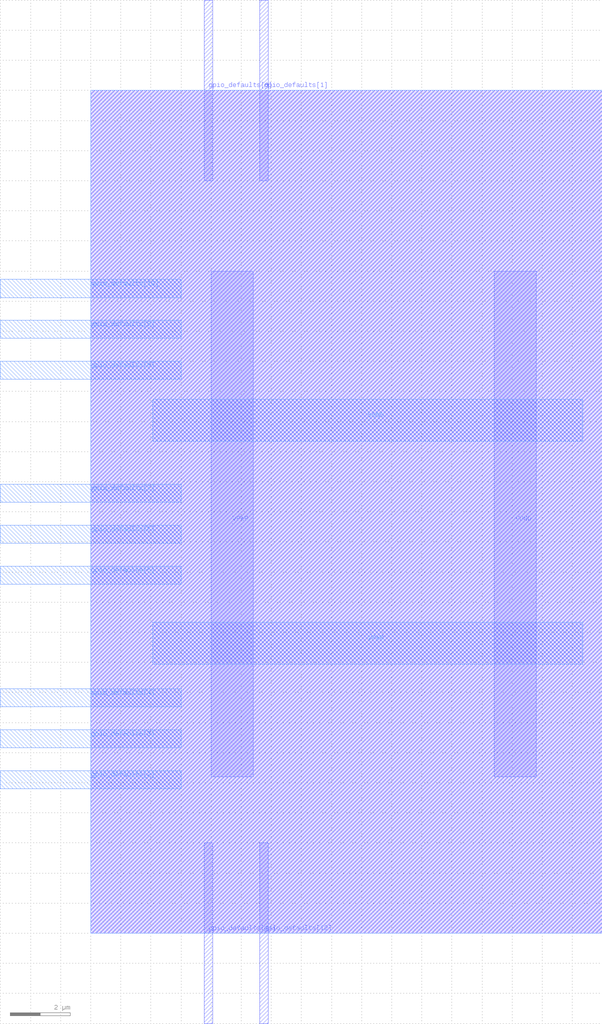
<source format=lef>
VERSION 5.7 ;
  NOWIREEXTENSIONATPIN ON ;
  DIVIDERCHAR "/" ;
  BUSBITCHARS "[]" ;
MACRO gpio_defaults_block
  CLASS BLOCK ;
  FOREIGN gpio_defaults_block ;
  ORIGIN 0.000 0.000 ;
  SIZE 17.000 BY 28.000 ;
  PIN VGND
    DIRECTION INOUT ;
    USE GROUND ;
    PORT
      LAYER met2 ;
        RECT 13.400 5.200 14.800 22.000 ;
    END
    PORT
      LAYER met3 ;
        RECT 2.060 16.340 16.340 17.740 ;
    END
  END VGND
  PIN VPWR
    DIRECTION INOUT ;
    USE POWER ;
    PORT
      LAYER met2 ;
        RECT 4.000 5.200 5.400 22.000 ;
    END
    PORT
      LAYER met3 ;
        RECT 2.060 8.940 16.340 10.340 ;
    END
  END VPWR
  PIN gpio_defaults[0]
    DIRECTION OUTPUT TRISTATE ;
    USE SIGNAL ;
    ANTENNADIFFAREA 0.340600 ;
    PORT
      LAYER met2 ;
        RECT 3.770 25.000 4.050 31.000 ;
    END
  END gpio_defaults[0]
  PIN gpio_defaults[10]
    DIRECTION OUTPUT TRISTATE ;
    USE SIGNAL ;
    ANTENNADIFFAREA 0.340600 ;
    PORT
      LAYER met3 ;
        RECT -3.000 21.120 3.000 21.720 ;
    END
  END gpio_defaults[10]
  PIN gpio_defaults[11]
    DIRECTION OUTPUT TRISTATE ;
    USE SIGNAL ;
    ANTENNADIFFAREA 0.340600 ;
    PORT
      LAYER met2 ;
        RECT 3.770 -3.000 4.050 3.000 ;
    END
  END gpio_defaults[11]
  PIN gpio_defaults[12]
    DIRECTION OUTPUT TRISTATE ;
    USE SIGNAL ;
    ANTENNADIFFAREA 0.340600 ;
    PORT
      LAYER met2 ;
        RECT 5.610 -3.000 5.890 3.000 ;
    END
  END gpio_defaults[12]
  PIN gpio_defaults[1]
    DIRECTION OUTPUT TRISTATE ;
    USE SIGNAL ;
    ANTENNADIFFAREA 0.340600 ;
    PORT
      LAYER met2 ;
        RECT 5.610 25.000 5.890 31.000 ;
    END
  END gpio_defaults[1]
  PIN gpio_defaults[2]
    DIRECTION OUTPUT TRISTATE ;
    USE SIGNAL ;
    ANTENNADIFFAREA 0.340600 ;
    PORT
      LAYER met3 ;
        RECT -3.000 4.800 3.000 5.400 ;
    END
  END gpio_defaults[2]
  PIN gpio_defaults[3]
    DIRECTION OUTPUT TRISTATE ;
    USE SIGNAL ;
    ANTENNADIFFAREA 0.340600 ;
    PORT
      LAYER met3 ;
        RECT -3.000 6.160 3.000 6.760 ;
    END
  END gpio_defaults[3]
  PIN gpio_defaults[4]
    DIRECTION OUTPUT TRISTATE ;
    USE SIGNAL ;
    ANTENNADIFFAREA 0.340600 ;
    PORT
      LAYER met3 ;
        RECT -3.000 7.520 3.000 8.120 ;
    END
  END gpio_defaults[4]
  PIN gpio_defaults[5]
    DIRECTION OUTPUT TRISTATE ;
    USE SIGNAL ;
    ANTENNADIFFAREA 0.340600 ;
    PORT
      LAYER met3 ;
        RECT -3.000 11.600 3.000 12.200 ;
    END
  END gpio_defaults[5]
  PIN gpio_defaults[6]
    DIRECTION OUTPUT TRISTATE ;
    USE SIGNAL ;
    ANTENNADIFFAREA 0.340600 ;
    PORT
      LAYER met3 ;
        RECT -3.000 12.960 3.000 13.560 ;
    END
  END gpio_defaults[6]
  PIN gpio_defaults[7]
    DIRECTION OUTPUT TRISTATE ;
    USE SIGNAL ;
    ANTENNADIFFAREA 0.340600 ;
    PORT
      LAYER met3 ;
        RECT -3.000 14.320 3.000 14.920 ;
    END
  END gpio_defaults[7]
  PIN gpio_defaults[8]
    DIRECTION OUTPUT TRISTATE ;
    USE SIGNAL ;
    ANTENNADIFFAREA 0.340600 ;
    PORT
      LAYER met3 ;
        RECT -3.000 18.400 3.000 19.000 ;
    END
  END gpio_defaults[8]
  PIN gpio_defaults[9]
    DIRECTION OUTPUT TRISTATE ;
    USE SIGNAL ;
    ANTENNADIFFAREA 0.340600 ;
    PORT
      LAYER met3 ;
        RECT -3.000 19.760 3.000 20.360 ;
    END
  END gpio_defaults[9]
  OBS
      LAYER li1 ;
        RECT 0.000 0.000 17.000 28.000 ;
      LAYER met1 ;
        RECT 0.000 0.000 17.000 28.000 ;
      LAYER met2 ;
        RECT 0.000 0.000 17.000 28.000 ;
      LAYER met3 ;
        RECT 0.000 0.000 17.000 28.000 ;
  END
END gpio_defaults_block
END LIBRARY


</source>
